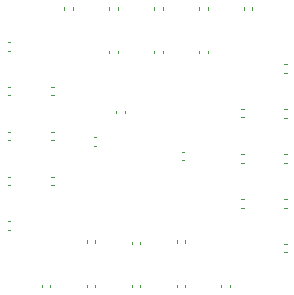
<source format=gbr>
G04 #@! TF.GenerationSoftware,KiCad,Pcbnew,(6.0.9)*
G04 #@! TF.CreationDate,2024-07-14T21:03:07-07:00*
G04 #@! TF.ProjectId,AccArray_QFN,41636341-7272-4617-995f-51464e2e6b69,rev?*
G04 #@! TF.SameCoordinates,Original*
G04 #@! TF.FileFunction,Legend,Bot*
G04 #@! TF.FilePolarity,Positive*
%FSLAX46Y46*%
G04 Gerber Fmt 4.6, Leading zero omitted, Abs format (unit mm)*
G04 Created by KiCad (PCBNEW (6.0.9)) date 2024-07-14 21:03:07*
%MOMM*%
%LPD*%
G01*
G04 APERTURE LIST*
%ADD10C,0.120000*%
G04 APERTURE END LIST*
D10*
G04 #@! TO.C,C75*
X106290000Y-81851788D02*
X106290000Y-81636116D01*
X107010000Y-81851788D02*
X107010000Y-81636116D01*
G04 #@! TO.C,C26*
X104390000Y-61836116D02*
X104390000Y-62051788D01*
X105110000Y-61836116D02*
X105110000Y-62051788D01*
G04 #@! TO.C,C113*
X103157836Y-71110000D02*
X102942164Y-71110000D01*
X103157836Y-70390000D02*
X102942164Y-70390000D01*
G04 #@! TO.C,C52*
X111807836Y-66783952D02*
X111592164Y-66783952D01*
X111807836Y-67503952D02*
X111592164Y-67503952D01*
G04 #@! TO.C,C97*
X91892164Y-68683952D02*
X92107836Y-68683952D01*
X91892164Y-69403952D02*
X92107836Y-69403952D01*
G04 #@! TO.C,C54*
X111807836Y-74383952D02*
X111592164Y-74383952D01*
X111807836Y-75103952D02*
X111592164Y-75103952D01*
G04 #@! TO.C,C78*
X94890000Y-81851788D02*
X94890000Y-81636116D01*
X95610000Y-81851788D02*
X95610000Y-81636116D01*
G04 #@! TO.C,C102*
X88192164Y-65610000D02*
X88407836Y-65610000D01*
X88192164Y-64890000D02*
X88407836Y-64890000D01*
G04 #@! TO.C,C96*
X91892164Y-72483952D02*
X92107836Y-72483952D01*
X91892164Y-73203952D02*
X92107836Y-73203952D01*
G04 #@! TO.C,C72*
X102490000Y-78101788D02*
X102490000Y-77886116D01*
X103210000Y-78101788D02*
X103210000Y-77886116D01*
G04 #@! TO.C,C53*
X111807836Y-70583952D02*
X111592164Y-70583952D01*
X111807836Y-71303952D02*
X111592164Y-71303952D01*
G04 #@! TO.C,C48*
X108157836Y-67453952D02*
X107942164Y-67453952D01*
X108157836Y-66733952D02*
X107942164Y-66733952D01*
G04 #@! TO.C,C51*
X111807836Y-63703952D02*
X111592164Y-63703952D01*
X111807836Y-62983952D02*
X111592164Y-62983952D01*
G04 #@! TO.C,C77*
X99410000Y-81851788D02*
X99410000Y-81636116D01*
X98690000Y-81851788D02*
X98690000Y-81636116D01*
G04 #@! TO.C,C29*
X101310000Y-58136116D02*
X101310000Y-58351788D01*
X100590000Y-58136116D02*
X100590000Y-58351788D01*
G04 #@! TO.C,C50*
X108157836Y-74383952D02*
X107942164Y-74383952D01*
X108157836Y-75103952D02*
X107942164Y-75103952D01*
G04 #@! TO.C,C55*
X111807836Y-78903952D02*
X111592164Y-78903952D01*
X111807836Y-78183952D02*
X111592164Y-78183952D01*
G04 #@! TO.C,C100*
X88192164Y-72483952D02*
X88407836Y-72483952D01*
X88192164Y-73203952D02*
X88407836Y-73203952D01*
G04 #@! TO.C,C30*
X104390000Y-58136116D02*
X104390000Y-58351788D01*
X105110000Y-58136116D02*
X105110000Y-58351788D01*
G04 #@! TO.C,C101*
X88192164Y-68690000D02*
X88407836Y-68690000D01*
X88192164Y-69410000D02*
X88407836Y-69410000D01*
G04 #@! TO.C,C49*
X108157836Y-71303952D02*
X107942164Y-71303952D01*
X108157836Y-70583952D02*
X107942164Y-70583952D01*
G04 #@! TO.C,C99*
X88192164Y-77003952D02*
X88407836Y-77003952D01*
X88192164Y-76283952D02*
X88407836Y-76283952D01*
G04 #@! TO.C,C112*
X95492164Y-69860000D02*
X95707836Y-69860000D01*
X95492164Y-69140000D02*
X95707836Y-69140000D01*
G04 #@! TO.C,C24*
X96790000Y-61836116D02*
X96790000Y-62051788D01*
X97510000Y-61836116D02*
X97510000Y-62051788D01*
G04 #@! TO.C,C76*
X103210000Y-81851788D02*
X103210000Y-81636116D01*
X102490000Y-81851788D02*
X102490000Y-81636116D01*
G04 #@! TO.C,C31*
X108910000Y-58136116D02*
X108910000Y-58351788D01*
X108190000Y-58136116D02*
X108190000Y-58351788D01*
G04 #@! TO.C,C73*
X98690000Y-78201788D02*
X98690000Y-77986116D01*
X99410000Y-78201788D02*
X99410000Y-77986116D01*
G04 #@! TO.C,C79*
X91810000Y-81851788D02*
X91810000Y-81636116D01*
X91090000Y-81851788D02*
X91090000Y-81636116D01*
G04 #@! TO.C,C103*
X88192164Y-61810000D02*
X88407836Y-61810000D01*
X88192164Y-61090000D02*
X88407836Y-61090000D01*
G04 #@! TO.C,C27*
X92990000Y-58136116D02*
X92990000Y-58351788D01*
X93710000Y-58136116D02*
X93710000Y-58351788D01*
G04 #@! TO.C,C3*
X98110000Y-66892164D02*
X98110000Y-67107836D01*
X97390000Y-66892164D02*
X97390000Y-67107836D01*
G04 #@! TO.C,C98*
X91892164Y-65603952D02*
X92107836Y-65603952D01*
X91892164Y-64883952D02*
X92107836Y-64883952D01*
G04 #@! TO.C,C25*
X100590000Y-61836116D02*
X100590000Y-62051788D01*
X101310000Y-61836116D02*
X101310000Y-62051788D01*
G04 #@! TO.C,C28*
X97510000Y-58136116D02*
X97510000Y-58351788D01*
X96790000Y-58136116D02*
X96790000Y-58351788D01*
G04 #@! TO.C,C74*
X94890000Y-78101788D02*
X94890000Y-77886116D01*
X95610000Y-78101788D02*
X95610000Y-77886116D01*
G04 #@! TD*
M02*

</source>
